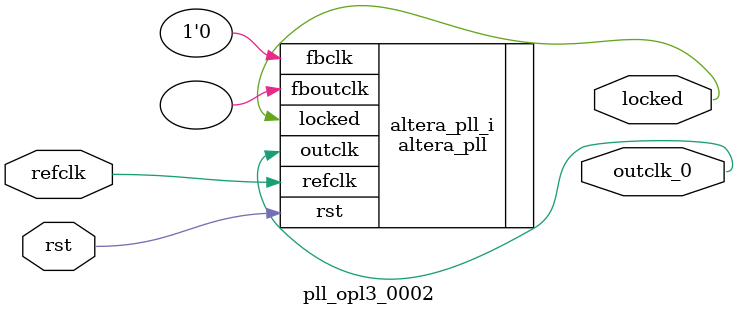
<source format=v>
`timescale 1ns/10ps
module  pll_opl3_0002(

	// interface 'refclk'
	input wire refclk,

	// interface 'reset'
	input wire rst,

	// interface 'outclk0'
	output wire outclk_0,

	// interface 'locked'
	output wire locked
);

	altera_pll #(
		.fractional_vco_multiplier("false"),
		.reference_clock_frequency("50.0 MHz"),
		.operation_mode("direct"),
		.number_of_clocks(1),
		.output_clock_frequency0("14.318181 MHz"),
		.phase_shift0("0 ps"),
		.duty_cycle0(50),
		.output_clock_frequency1("0 MHz"),
		.phase_shift1("0 ps"),
		.duty_cycle1(50),
		.output_clock_frequency2("0 MHz"),
		.phase_shift2("0 ps"),
		.duty_cycle2(50),
		.output_clock_frequency3("0 MHz"),
		.phase_shift3("0 ps"),
		.duty_cycle3(50),
		.output_clock_frequency4("0 MHz"),
		.phase_shift4("0 ps"),
		.duty_cycle4(50),
		.output_clock_frequency5("0 MHz"),
		.phase_shift5("0 ps"),
		.duty_cycle5(50),
		.output_clock_frequency6("0 MHz"),
		.phase_shift6("0 ps"),
		.duty_cycle6(50),
		.output_clock_frequency7("0 MHz"),
		.phase_shift7("0 ps"),
		.duty_cycle7(50),
		.output_clock_frequency8("0 MHz"),
		.phase_shift8("0 ps"),
		.duty_cycle8(50),
		.output_clock_frequency9("0 MHz"),
		.phase_shift9("0 ps"),
		.duty_cycle9(50),
		.output_clock_frequency10("0 MHz"),
		.phase_shift10("0 ps"),
		.duty_cycle10(50),
		.output_clock_frequency11("0 MHz"),
		.phase_shift11("0 ps"),
		.duty_cycle11(50),
		.output_clock_frequency12("0 MHz"),
		.phase_shift12("0 ps"),
		.duty_cycle12(50),
		.output_clock_frequency13("0 MHz"),
		.phase_shift13("0 ps"),
		.duty_cycle13(50),
		.output_clock_frequency14("0 MHz"),
		.phase_shift14("0 ps"),
		.duty_cycle14(50),
		.output_clock_frequency15("0 MHz"),
		.phase_shift15("0 ps"),
		.duty_cycle15(50),
		.output_clock_frequency16("0 MHz"),
		.phase_shift16("0 ps"),
		.duty_cycle16(50),
		.output_clock_frequency17("0 MHz"),
		.phase_shift17("0 ps"),
		.duty_cycle17(50),
		.pll_type("General"),
		.pll_subtype("General")
	) altera_pll_i (
		.rst	(rst),
		.outclk	({outclk_0}),
		.locked	(locked),
		.fboutclk	( ),
		.fbclk	(1'b0),
		.refclk	(refclk)
	);
endmodule


</source>
